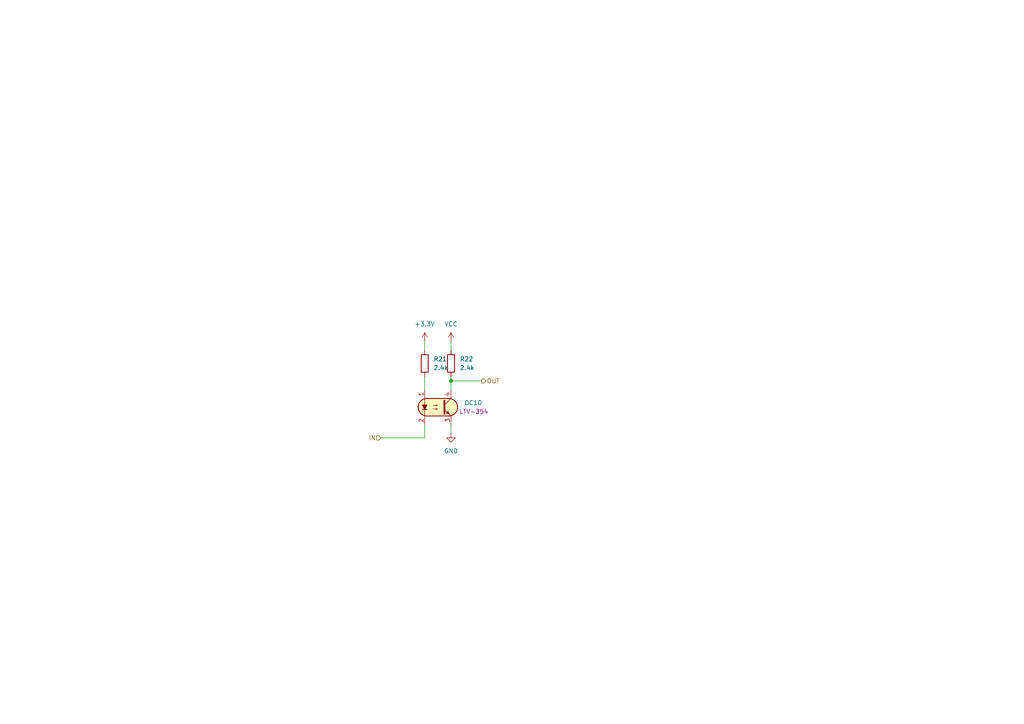
<source format=kicad_sch>
(kicad_sch
	(version 20250114)
	(generator "eeschema")
	(generator_version "9.0")
	(uuid "2b5580b2-a1a8-479c-8ddf-9c2da30771d2")
	(paper "A4")
	(lib_symbols
		(symbol "Optocoupler_AKL:FOD817S"
			(pin_names
				(offset 1.016)
			)
			(exclude_from_sim no)
			(in_bom yes)
			(on_board yes)
			(property "Reference" "OC"
				(at 6.35 1.27 0)
				(effects
					(font
						(size 1.27 1.27)
					)
					(justify left)
				)
			)
			(property "Value" "FOD817S"
				(at 6.35 -1.27 0)
				(effects
					(font
						(size 1.27 1.27)
					)
					(justify left)
				)
			)
			(property "Footprint" "Package_DIP_AKL:SMDIP-4_W9.53mm"
				(at -5.08 -5.08 0)
				(effects
					(font
						(size 1.27 1.27)
						(italic yes)
					)
					(justify left)
					(hide yes)
				)
			)
			(property "Datasheet" "https://www.tme.eu/Document/3a0358906a5fcb3aa253d025de809a1d/FOD814300W.PDF"
				(at 0 0 0)
				(effects
					(font
						(size 1.27 1.27)
					)
					(justify left)
					(hide yes)
				)
			)
			(property "Description" "SMDIP-4 Optocoupler, Transistor output, 5kV, 8us, Alternate KiCAD Library"
				(at 0 0 0)
				(effects
					(font
						(size 1.27 1.27)
					)
					(hide yes)
				)
			)
			(property "ki_keywords" "NPN Optocoupler transistor output bidirectional input FOD817"
				(at 0 0 0)
				(effects
					(font
						(size 1.27 1.27)
					)
					(hide yes)
				)
			)
			(property "ki_fp_filters" "DIP*W7.62mm*"
				(at 0 0 0)
				(effects
					(font
						(size 1.27 1.27)
					)
					(hide yes)
				)
			)
			(symbol "FOD817S_0_1"
				(polyline
					(pts
						(xy -4.445 -0.635) (xy -3.175 -0.635)
					)
					(stroke
						(width 0.254)
						(type default)
					)
					(fill
						(type none)
					)
				)
				(polyline
					(pts
						(xy -3.81 -0.635) (xy -4.445 0.635) (xy -3.175 0.635) (xy -3.81 -0.635)
					)
					(stroke
						(width 0.254)
						(type default)
					)
					(fill
						(type outline)
					)
				)
				(polyline
					(pts
						(xy -3.81 -2.54) (xy -3.81 -1.27) (xy -3.81 2.54)
					)
					(stroke
						(width 0.1524)
						(type default)
					)
					(fill
						(type none)
					)
				)
				(polyline
					(pts
						(xy -3.175 2.54) (xy 3.175 2.54)
					)
					(stroke
						(width 0.254)
						(type default)
					)
					(fill
						(type none)
					)
				)
				(arc
					(start -3.1975 -2.54)
					(mid -5.7151 0)
					(end -3.1975 2.54)
					(stroke
						(width 0.254)
						(type default)
					)
					(fill
						(type none)
					)
				)
				(polyline
					(pts
						(xy -2.54 2.54) (xy 3.429 2.54) (xy 4.318 2.286) (xy 4.699 2.032) (xy 5.08 1.651) (xy 5.461 1.016)
						(xy 5.715 0.381) (xy 5.715 -0.381) (xy 5.461 -1.143) (xy 4.826 -1.905) (xy 4.191 -2.286) (xy 3.302 -2.54)
						(xy -3.81 -2.54) (xy -3.81 -2.54) (xy -4.572 -2.032) (xy -5.08 -1.778) (xy -5.588 -0.508) (xy -5.588 0.254)
						(xy -5.588 1.016) (xy -5.08 1.778) (xy -4.318 2.286) (xy -3.556 2.54) (xy -2.54 2.54)
					)
					(stroke
						(width 0.01)
						(type default)
					)
					(fill
						(type background)
					)
				)
				(polyline
					(pts
						(xy -1.397 0.508) (xy -0.127 0.508) (xy -0.508 0.381) (xy -0.508 0.635) (xy -0.127 0.508)
					)
					(stroke
						(width 0)
						(type default)
					)
					(fill
						(type none)
					)
				)
				(polyline
					(pts
						(xy -1.397 -0.508) (xy -0.127 -0.508) (xy -0.508 -0.635) (xy -0.508 -0.381) (xy -0.127 -0.508)
					)
					(stroke
						(width 0)
						(type default)
					)
					(fill
						(type none)
					)
				)
				(polyline
					(pts
						(xy 1.905 1.905) (xy 1.905 -1.905) (xy 1.905 -1.905)
					)
					(stroke
						(width 0.508)
						(type default)
					)
					(fill
						(type none)
					)
				)
				(polyline
					(pts
						(xy 1.905 0.635) (xy 3.81 2.54)
					)
					(stroke
						(width 0)
						(type default)
					)
					(fill
						(type none)
					)
				)
				(polyline
					(pts
						(xy 2.413 -1.651) (xy 2.921 -1.143) (xy 3.429 -2.159) (xy 2.413 -1.651) (xy 2.413 -1.651)
					)
					(stroke
						(width 0)
						(type default)
					)
					(fill
						(type outline)
					)
				)
				(arc
					(start 3.1975 2.54)
					(mid 5.7151 0)
					(end 3.1975 -2.54)
					(stroke
						(width 0.254)
						(type default)
					)
					(fill
						(type none)
					)
				)
				(polyline
					(pts
						(xy 3.175 -2.54) (xy -3.175 -2.54)
					)
					(stroke
						(width 0.254)
						(type default)
					)
					(fill
						(type none)
					)
				)
				(polyline
					(pts
						(xy 3.81 -2.54) (xy 1.905 -0.635)
					)
					(stroke
						(width 0)
						(type default)
					)
					(fill
						(type outline)
					)
				)
			)
			(symbol "FOD817S_1_1"
				(pin passive line
					(at -3.81 5.08 270)
					(length 2.54)
					(name "~"
						(effects
							(font
								(size 1.27 1.27)
							)
						)
					)
					(number "1"
						(effects
							(font
								(size 1.27 1.27)
							)
						)
					)
				)
				(pin passive line
					(at -3.81 -5.08 90)
					(length 2.54)
					(name "~"
						(effects
							(font
								(size 1.27 1.27)
							)
						)
					)
					(number "2"
						(effects
							(font
								(size 1.27 1.27)
							)
						)
					)
				)
				(pin passive line
					(at 3.81 5.08 270)
					(length 2.54)
					(name "~"
						(effects
							(font
								(size 1.27 1.27)
							)
						)
					)
					(number "4"
						(effects
							(font
								(size 1.27 1.27)
							)
						)
					)
				)
				(pin passive line
					(at 3.81 -5.08 90)
					(length 2.54)
					(name "~"
						(effects
							(font
								(size 1.27 1.27)
							)
						)
					)
					(number "3"
						(effects
							(font
								(size 1.27 1.27)
							)
						)
					)
				)
			)
			(embedded_fonts no)
		)
		(symbol "Resistor_AKL:R_0603"
			(pin_numbers
				(hide yes)
			)
			(pin_names
				(offset 0)
			)
			(exclude_from_sim no)
			(in_bom yes)
			(on_board yes)
			(property "Reference" "R"
				(at 2.54 1.27 0)
				(effects
					(font
						(size 1.27 1.27)
					)
					(justify left)
				)
			)
			(property "Value" "R_0603"
				(at 2.54 -1.27 0)
				(effects
					(font
						(size 1.27 1.27)
					)
					(justify left)
				)
			)
			(property "Footprint" "Resistor_SMD_AKL:R_0603_1608Metric"
				(at 0 -11.43 0)
				(effects
					(font
						(size 1.27 1.27)
					)
					(hide yes)
				)
			)
			(property "Datasheet" "~"
				(at 0 0 0)
				(effects
					(font
						(size 1.27 1.27)
					)
					(hide yes)
				)
			)
			(property "Description" "SMD 0603 Chip Resistor, European Symbol, Alternate KiCad Library"
				(at 0 0 0)
				(effects
					(font
						(size 1.27 1.27)
					)
					(hide yes)
				)
			)
			(property "ki_keywords" "R res resistor eu SMD 0603"
				(at 0 0 0)
				(effects
					(font
						(size 1.27 1.27)
					)
					(hide yes)
				)
			)
			(property "ki_fp_filters" "R_*"
				(at 0 0 0)
				(effects
					(font
						(size 1.27 1.27)
					)
					(hide yes)
				)
			)
			(symbol "R_0603_0_1"
				(rectangle
					(start -1.016 2.54)
					(end 1.016 -2.54)
					(stroke
						(width 0.254)
						(type default)
					)
					(fill
						(type none)
					)
				)
			)
			(symbol "R_0603_0_2"
				(polyline
					(pts
						(xy -2.54 -2.54) (xy -1.524 -1.524)
					)
					(stroke
						(width 0)
						(type default)
					)
					(fill
						(type none)
					)
				)
				(polyline
					(pts
						(xy 1.524 1.524) (xy 2.54 2.54)
					)
					(stroke
						(width 0)
						(type default)
					)
					(fill
						(type none)
					)
				)
				(polyline
					(pts
						(xy 1.524 1.524) (xy 0.889 2.159) (xy -2.159 -0.889) (xy -0.889 -2.159) (xy 2.159 0.889) (xy 1.524 1.524)
					)
					(stroke
						(width 0.254)
						(type default)
					)
					(fill
						(type none)
					)
				)
			)
			(symbol "R_0603_1_1"
				(pin passive line
					(at 0 3.81 270)
					(length 1.27)
					(name "~"
						(effects
							(font
								(size 1.27 1.27)
							)
						)
					)
					(number "1"
						(effects
							(font
								(size 1.27 1.27)
							)
						)
					)
				)
				(pin passive line
					(at 0 -3.81 90)
					(length 1.27)
					(name "~"
						(effects
							(font
								(size 1.27 1.27)
							)
						)
					)
					(number "2"
						(effects
							(font
								(size 1.27 1.27)
							)
						)
					)
				)
			)
			(symbol "R_0603_1_2"
				(pin passive line
					(at -2.54 -2.54 0)
					(length 0)
					(name ""
						(effects
							(font
								(size 1.27 1.27)
							)
						)
					)
					(number "2"
						(effects
							(font
								(size 1.27 1.27)
							)
						)
					)
				)
				(pin passive line
					(at 2.54 2.54 180)
					(length 0)
					(name ""
						(effects
							(font
								(size 1.27 1.27)
							)
						)
					)
					(number "1"
						(effects
							(font
								(size 1.27 1.27)
							)
						)
					)
				)
			)
			(embedded_fonts no)
		)
		(symbol "power:+3.3V"
			(power)
			(pin_numbers
				(hide yes)
			)
			(pin_names
				(offset 0)
				(hide yes)
			)
			(exclude_from_sim no)
			(in_bom yes)
			(on_board yes)
			(property "Reference" "#PWR"
				(at 0 -3.81 0)
				(effects
					(font
						(size 1.27 1.27)
					)
					(hide yes)
				)
			)
			(property "Value" "+3.3V"
				(at 0 3.556 0)
				(effects
					(font
						(size 1.27 1.27)
					)
				)
			)
			(property "Footprint" ""
				(at 0 0 0)
				(effects
					(font
						(size 1.27 1.27)
					)
					(hide yes)
				)
			)
			(property "Datasheet" ""
				(at 0 0 0)
				(effects
					(font
						(size 1.27 1.27)
					)
					(hide yes)
				)
			)
			(property "Description" "Power symbol creates a global label with name \"+3.3V\""
				(at 0 0 0)
				(effects
					(font
						(size 1.27 1.27)
					)
					(hide yes)
				)
			)
			(property "ki_keywords" "global power"
				(at 0 0 0)
				(effects
					(font
						(size 1.27 1.27)
					)
					(hide yes)
				)
			)
			(symbol "+3.3V_0_1"
				(polyline
					(pts
						(xy -0.762 1.27) (xy 0 2.54)
					)
					(stroke
						(width 0)
						(type default)
					)
					(fill
						(type none)
					)
				)
				(polyline
					(pts
						(xy 0 2.54) (xy 0.762 1.27)
					)
					(stroke
						(width 0)
						(type default)
					)
					(fill
						(type none)
					)
				)
				(polyline
					(pts
						(xy 0 0) (xy 0 2.54)
					)
					(stroke
						(width 0)
						(type default)
					)
					(fill
						(type none)
					)
				)
			)
			(symbol "+3.3V_1_1"
				(pin power_in line
					(at 0 0 90)
					(length 0)
					(name "~"
						(effects
							(font
								(size 1.27 1.27)
							)
						)
					)
					(number "1"
						(effects
							(font
								(size 1.27 1.27)
							)
						)
					)
				)
			)
			(embedded_fonts no)
		)
		(symbol "power:GND"
			(power)
			(pin_numbers
				(hide yes)
			)
			(pin_names
				(offset 0)
				(hide yes)
			)
			(exclude_from_sim no)
			(in_bom yes)
			(on_board yes)
			(property "Reference" "#PWR"
				(at 0 -6.35 0)
				(effects
					(font
						(size 1.27 1.27)
					)
					(hide yes)
				)
			)
			(property "Value" "GND"
				(at 0 -3.81 0)
				(effects
					(font
						(size 1.27 1.27)
					)
				)
			)
			(property "Footprint" ""
				(at 0 0 0)
				(effects
					(font
						(size 1.27 1.27)
					)
					(hide yes)
				)
			)
			(property "Datasheet" ""
				(at 0 0 0)
				(effects
					(font
						(size 1.27 1.27)
					)
					(hide yes)
				)
			)
			(property "Description" "Power symbol creates a global label with name \"GND\" , ground"
				(at 0 0 0)
				(effects
					(font
						(size 1.27 1.27)
					)
					(hide yes)
				)
			)
			(property "ki_keywords" "global power"
				(at 0 0 0)
				(effects
					(font
						(size 1.27 1.27)
					)
					(hide yes)
				)
			)
			(symbol "GND_0_1"
				(polyline
					(pts
						(xy 0 0) (xy 0 -1.27) (xy 1.27 -1.27) (xy 0 -2.54) (xy -1.27 -1.27) (xy 0 -1.27)
					)
					(stroke
						(width 0)
						(type default)
					)
					(fill
						(type none)
					)
				)
			)
			(symbol "GND_1_1"
				(pin power_in line
					(at 0 0 270)
					(length 0)
					(name "~"
						(effects
							(font
								(size 1.27 1.27)
							)
						)
					)
					(number "1"
						(effects
							(font
								(size 1.27 1.27)
							)
						)
					)
				)
			)
			(embedded_fonts no)
		)
		(symbol "power:VCC"
			(power)
			(pin_numbers
				(hide yes)
			)
			(pin_names
				(offset 0)
				(hide yes)
			)
			(exclude_from_sim no)
			(in_bom yes)
			(on_board yes)
			(property "Reference" "#PWR"
				(at 0 -3.81 0)
				(effects
					(font
						(size 1.27 1.27)
					)
					(hide yes)
				)
			)
			(property "Value" "VCC"
				(at 0 3.556 0)
				(effects
					(font
						(size 1.27 1.27)
					)
				)
			)
			(property "Footprint" ""
				(at 0 0 0)
				(effects
					(font
						(size 1.27 1.27)
					)
					(hide yes)
				)
			)
			(property "Datasheet" ""
				(at 0 0 0)
				(effects
					(font
						(size 1.27 1.27)
					)
					(hide yes)
				)
			)
			(property "Description" "Power symbol creates a global label with name \"VCC\""
				(at 0 0 0)
				(effects
					(font
						(size 1.27 1.27)
					)
					(hide yes)
				)
			)
			(property "ki_keywords" "global power"
				(at 0 0 0)
				(effects
					(font
						(size 1.27 1.27)
					)
					(hide yes)
				)
			)
			(symbol "VCC_0_1"
				(polyline
					(pts
						(xy -0.762 1.27) (xy 0 2.54)
					)
					(stroke
						(width 0)
						(type default)
					)
					(fill
						(type none)
					)
				)
				(polyline
					(pts
						(xy 0 2.54) (xy 0.762 1.27)
					)
					(stroke
						(width 0)
						(type default)
					)
					(fill
						(type none)
					)
				)
				(polyline
					(pts
						(xy 0 0) (xy 0 2.54)
					)
					(stroke
						(width 0)
						(type default)
					)
					(fill
						(type none)
					)
				)
			)
			(symbol "VCC_1_1"
				(pin power_in line
					(at 0 0 90)
					(length 0)
					(name "~"
						(effects
							(font
								(size 1.27 1.27)
							)
						)
					)
					(number "1"
						(effects
							(font
								(size 1.27 1.27)
							)
						)
					)
				)
			)
			(embedded_fonts no)
		)
	)
	(junction
		(at 130.81 110.49)
		(diameter 0)
		(color 0 0 0 0)
		(uuid "e85ad213-263c-46d8-91b7-5d213f268f5e")
	)
	(wire
		(pts
			(xy 110.49 127) (xy 123.19 127)
		)
		(stroke
			(width 0)
			(type default)
		)
		(uuid "065d5d0e-2768-454c-b1b1-d57f521e7592")
	)
	(wire
		(pts
			(xy 130.81 110.49) (xy 130.81 113.03)
		)
		(stroke
			(width 0)
			(type default)
		)
		(uuid "092b100b-7b21-4bcf-b2a7-2415d1c3d21b")
	)
	(wire
		(pts
			(xy 123.19 99.06) (xy 123.19 101.6)
		)
		(stroke
			(width 0)
			(type default)
		)
		(uuid "439072f2-0e36-4755-8d35-e08575f2dfd4")
	)
	(wire
		(pts
			(xy 130.81 110.49) (xy 139.7 110.49)
		)
		(stroke
			(width 0)
			(type default)
		)
		(uuid "4c733062-3f73-4247-8308-c6679a34cd66")
	)
	(wire
		(pts
			(xy 130.81 123.19) (xy 130.81 125.73)
		)
		(stroke
			(width 0)
			(type default)
		)
		(uuid "7e252fa2-74bd-4595-8385-a958060ea00d")
	)
	(wire
		(pts
			(xy 130.81 109.22) (xy 130.81 110.49)
		)
		(stroke
			(width 0)
			(type default)
		)
		(uuid "9e390f90-85f9-4d0c-a233-ee058f12ab08")
	)
	(wire
		(pts
			(xy 123.19 109.22) (xy 123.19 113.03)
		)
		(stroke
			(width 0)
			(type default)
		)
		(uuid "a3d6434e-b021-40c1-b325-38b8798c2fdc")
	)
	(wire
		(pts
			(xy 123.19 127) (xy 123.19 123.19)
		)
		(stroke
			(width 0)
			(type default)
		)
		(uuid "af1d4572-d5f4-492a-b57f-e3c0f6fc155d")
	)
	(wire
		(pts
			(xy 130.81 99.06) (xy 130.81 101.6)
		)
		(stroke
			(width 0)
			(type default)
		)
		(uuid "b6b0a9b1-6dc1-4709-807d-506a2cb6dbb4")
	)
	(hierarchical_label "OUT"
		(shape output)
		(at 139.7 110.49 0)
		(effects
			(font
				(size 1.27 1.27)
			)
			(justify left)
		)
		(uuid "57e88d61-0f97-49cd-97ea-d489882473a4")
	)
	(hierarchical_label "IN"
		(shape input)
		(at 110.49 127 180)
		(effects
			(font
				(size 1.27 1.27)
			)
			(justify right)
		)
		(uuid "f97ee572-d868-4fdc-95ae-85282ae4c6a3")
	)
	(symbol
		(lib_id "Resistor_AKL:R_0603")
		(at 130.81 105.41 180)
		(unit 1)
		(exclude_from_sim no)
		(in_bom yes)
		(on_board yes)
		(dnp no)
		(fields_autoplaced yes)
		(uuid "17011627-53d3-4d4b-b40a-9efcb436a215")
		(property "Reference" "R20"
			(at 133.35 104.1399 0)
			(effects
				(font
					(size 1.27 1.27)
				)
				(justify right)
			)
		)
		(property "Value" "2.4k"
			(at 133.35 106.6799 0)
			(effects
				(font
					(size 1.27 1.27)
				)
				(justify right)
			)
		)
		(property "Footprint" "Resistor_SMD_AKL:R_0603_1608Metric"
			(at 130.81 93.98 0)
			(effects
				(font
					(size 1.27 1.27)
				)
				(hide yes)
			)
		)
		(property "Datasheet" "~"
			(at 130.81 105.41 0)
			(effects
				(font
					(size 1.27 1.27)
				)
				(hide yes)
			)
		)
		(property "Description" "SMD 0603 Chip Resistor, European Symbol, Alternate KiCad Library"
			(at 130.81 105.41 0)
			(effects
				(font
					(size 1.27 1.27)
				)
				(hide yes)
			)
		)
		(pin "2"
			(uuid "a24cfdf7-37ef-4a77-9f69-9d165e9607c2")
		)
		(pin "1"
			(uuid "17bc164c-2c75-44d7-85e3-e5245c938531")
		)
		(instances
			(project ""
				(path "/20dd9fa8-33e5-4e01-8b4a-8cb5828152c9/ef44eee8-cd41-4527-92e2-6c408c0d0d91/0fc95d3e-4d33-47f3-9185-73d40a4e2fdb"
					(reference "R22")
					(unit 1)
				)
				(path "/20dd9fa8-33e5-4e01-8b4a-8cb5828152c9/ef44eee8-cd41-4527-92e2-6c408c0d0d91/a64cb790-5c23-4d69-a66a-34b53e46be12"
					(reference "R20")
					(unit 1)
				)
			)
		)
	)
	(symbol
		(lib_id "Optocoupler_AKL:FOD817S")
		(at 127 118.11 0)
		(unit 1)
		(exclude_from_sim no)
		(in_bom yes)
		(on_board yes)
		(dnp no)
		(uuid "220f5d7e-93fd-4014-8790-218500e5ccc9")
		(property "Reference" "OC9"
			(at 134.62 116.8399 0)
			(effects
				(font
					(size 1.27 1.27)
				)
				(justify left)
			)
		)
		(property "Value" "FOD817S"
			(at 134.62 119.3799 0)
			(effects
				(font
					(size 1.27 1.27)
				)
				(justify left)
				(hide yes)
			)
		)
		(property "Footprint" "Package_DIP_AKL:SMDIP-4_W9.53mm"
			(at 121.92 123.19 0)
			(effects
				(font
					(size 1.27 1.27)
					(italic yes)
				)
				(justify left)
				(hide yes)
			)
		)
		(property "Datasheet" "https://www.tme.eu/Document/3a0358906a5fcb3aa253d025de809a1d/FOD814300W.PDF"
			(at 127 118.11 0)
			(effects
				(font
					(size 1.27 1.27)
				)
				(justify left)
				(hide yes)
			)
		)
		(property "Description" "SMDIP-4 Optocoupler, Transistor output, 5kV, 8us, Alternate KiCAD Library"
			(at 127 118.11 0)
			(effects
				(font
					(size 1.27 1.27)
				)
				(hide yes)
			)
		)
		(property "Part Number" "LTV-354"
			(at 137.414 119.38 0)
			(effects
				(font
					(size 1.27 1.27)
				)
			)
		)
		(pin "3"
			(uuid "699959c0-0457-484f-8d6f-fcc84189cb49")
		)
		(pin "4"
			(uuid "31a2535a-0d68-468d-9add-4c6edaea5f5e")
		)
		(pin "2"
			(uuid "125f7871-408f-4e8f-922c-4a830b5d65c2")
		)
		(pin "1"
			(uuid "3500a665-b42a-46c3-bf57-7d4f79027991")
		)
		(instances
			(project ""
				(path "/20dd9fa8-33e5-4e01-8b4a-8cb5828152c9/ef44eee8-cd41-4527-92e2-6c408c0d0d91/0fc95d3e-4d33-47f3-9185-73d40a4e2fdb"
					(reference "OC10")
					(unit 1)
				)
				(path "/20dd9fa8-33e5-4e01-8b4a-8cb5828152c9/ef44eee8-cd41-4527-92e2-6c408c0d0d91/a64cb790-5c23-4d69-a66a-34b53e46be12"
					(reference "OC9")
					(unit 1)
				)
			)
		)
	)
	(symbol
		(lib_id "power:+3.3V")
		(at 123.19 99.06 0)
		(unit 1)
		(exclude_from_sim no)
		(in_bom yes)
		(on_board yes)
		(dnp no)
		(fields_autoplaced yes)
		(uuid "5645b968-772b-4a25-9cee-adf4503e941a")
		(property "Reference" "#PWR037"
			(at 123.19 102.87 0)
			(effects
				(font
					(size 1.27 1.27)
				)
				(hide yes)
			)
		)
		(property "Value" "+3.3V"
			(at 123.19 93.98 0)
			(effects
				(font
					(size 1.27 1.27)
				)
			)
		)
		(property "Footprint" ""
			(at 123.19 99.06 0)
			(effects
				(font
					(size 1.27 1.27)
				)
				(hide yes)
			)
		)
		(property "Datasheet" ""
			(at 123.19 99.06 0)
			(effects
				(font
					(size 1.27 1.27)
				)
				(hide yes)
			)
		)
		(property "Description" "Power symbol creates a global label with name \"+3.3V\""
			(at 123.19 99.06 0)
			(effects
				(font
					(size 1.27 1.27)
				)
				(hide yes)
			)
		)
		(pin "1"
			(uuid "b030d3c7-877a-4a86-a364-20eddeda7d5e")
		)
		(instances
			(project ""
				(path "/20dd9fa8-33e5-4e01-8b4a-8cb5828152c9/ef44eee8-cd41-4527-92e2-6c408c0d0d91/0fc95d3e-4d33-47f3-9185-73d40a4e2fdb"
					(reference "#PWR0103")
					(unit 1)
				)
				(path "/20dd9fa8-33e5-4e01-8b4a-8cb5828152c9/ef44eee8-cd41-4527-92e2-6c408c0d0d91/a64cb790-5c23-4d69-a66a-34b53e46be12"
					(reference "#PWR037")
					(unit 1)
				)
			)
		)
	)
	(symbol
		(lib_id "power:GND")
		(at 130.81 125.73 0)
		(unit 1)
		(exclude_from_sim no)
		(in_bom yes)
		(on_board yes)
		(dnp no)
		(fields_autoplaced yes)
		(uuid "5d4fab6a-fb39-4f50-868e-29e0bfe07703")
		(property "Reference" "#PWR039"
			(at 130.81 132.08 0)
			(effects
				(font
					(size 1.27 1.27)
				)
				(hide yes)
			)
		)
		(property "Value" "GND"
			(at 130.81 130.81 0)
			(effects
				(font
					(size 1.27 1.27)
				)
			)
		)
		(property "Footprint" ""
			(at 130.81 125.73 0)
			(effects
				(font
					(size 1.27 1.27)
				)
				(hide yes)
			)
		)
		(property "Datasheet" ""
			(at 130.81 125.73 0)
			(effects
				(font
					(size 1.27 1.27)
				)
				(hide yes)
			)
		)
		(property "Description" "Power symbol creates a global label with name \"GND\" , ground"
			(at 130.81 125.73 0)
			(effects
				(font
					(size 1.27 1.27)
				)
				(hide yes)
			)
		)
		(pin "1"
			(uuid "2a6e98a0-d49b-43f0-b19e-1df33ad25e48")
		)
		(instances
			(project ""
				(path "/20dd9fa8-33e5-4e01-8b4a-8cb5828152c9/ef44eee8-cd41-4527-92e2-6c408c0d0d91/0fc95d3e-4d33-47f3-9185-73d40a4e2fdb"
					(reference "#PWR0101")
					(unit 1)
				)
				(path "/20dd9fa8-33e5-4e01-8b4a-8cb5828152c9/ef44eee8-cd41-4527-92e2-6c408c0d0d91/a64cb790-5c23-4d69-a66a-34b53e46be12"
					(reference "#PWR039")
					(unit 1)
				)
			)
		)
	)
	(symbol
		(lib_id "power:VCC")
		(at 130.81 99.06 0)
		(unit 1)
		(exclude_from_sim no)
		(in_bom yes)
		(on_board yes)
		(dnp no)
		(fields_autoplaced yes)
		(uuid "7adcd7ef-f2a0-4357-b586-65b07a0be1a2")
		(property "Reference" "#PWR038"
			(at 130.81 102.87 0)
			(effects
				(font
					(size 1.27 1.27)
				)
				(hide yes)
			)
		)
		(property "Value" "VCC"
			(at 130.81 93.98 0)
			(effects
				(font
					(size 1.27 1.27)
				)
			)
		)
		(property "Footprint" ""
			(at 130.81 99.06 0)
			(effects
				(font
					(size 1.27 1.27)
				)
				(hide yes)
			)
		)
		(property "Datasheet" ""
			(at 130.81 99.06 0)
			(effects
				(font
					(size 1.27 1.27)
				)
				(hide yes)
			)
		)
		(property "Description" "Power symbol creates a global label with name \"VCC\""
			(at 130.81 99.06 0)
			(effects
				(font
					(size 1.27 1.27)
				)
				(hide yes)
			)
		)
		(pin "1"
			(uuid "a7d5c74e-396d-4db1-9516-10895a460eb6")
		)
		(instances
			(project ""
				(path "/20dd9fa8-33e5-4e01-8b4a-8cb5828152c9/ef44eee8-cd41-4527-92e2-6c408c0d0d91/0fc95d3e-4d33-47f3-9185-73d40a4e2fdb"
					(reference "#PWR0102")
					(unit 1)
				)
				(path "/20dd9fa8-33e5-4e01-8b4a-8cb5828152c9/ef44eee8-cd41-4527-92e2-6c408c0d0d91/a64cb790-5c23-4d69-a66a-34b53e46be12"
					(reference "#PWR038")
					(unit 1)
				)
			)
		)
	)
	(symbol
		(lib_id "Resistor_AKL:R_0603")
		(at 123.19 105.41 180)
		(unit 1)
		(exclude_from_sim no)
		(in_bom yes)
		(on_board yes)
		(dnp no)
		(fields_autoplaced yes)
		(uuid "bd95e6fb-b899-441d-afc3-ed75529b39d7")
		(property "Reference" "R19"
			(at 125.73 104.1399 0)
			(effects
				(font
					(size 1.27 1.27)
				)
				(justify right)
			)
		)
		(property "Value" "2.4k"
			(at 125.73 106.6799 0)
			(effects
				(font
					(size 1.27 1.27)
				)
				(justify right)
			)
		)
		(property "Footprint" "Resistor_SMD_AKL:R_0603_1608Metric"
			(at 123.19 93.98 0)
			(effects
				(font
					(size 1.27 1.27)
				)
				(hide yes)
			)
		)
		(property "Datasheet" "~"
			(at 123.19 105.41 0)
			(effects
				(font
					(size 1.27 1.27)
				)
				(hide yes)
			)
		)
		(property "Description" "SMD 0603 Chip Resistor, European Symbol, Alternate KiCad Library"
			(at 123.19 105.41 0)
			(effects
				(font
					(size 1.27 1.27)
				)
				(hide yes)
			)
		)
		(pin "2"
			(uuid "98ac5f3c-02f6-43fd-b8df-182f8e45be49")
		)
		(pin "1"
			(uuid "0b0cb01d-f3bf-4b20-851a-669be26c081f")
		)
		(instances
			(project ""
				(path "/20dd9fa8-33e5-4e01-8b4a-8cb5828152c9/ef44eee8-cd41-4527-92e2-6c408c0d0d91/0fc95d3e-4d33-47f3-9185-73d40a4e2fdb"
					(reference "R21")
					(unit 1)
				)
				(path "/20dd9fa8-33e5-4e01-8b4a-8cb5828152c9/ef44eee8-cd41-4527-92e2-6c408c0d0d91/a64cb790-5c23-4d69-a66a-34b53e46be12"
					(reference "R19")
					(unit 1)
				)
			)
		)
	)
)

</source>
